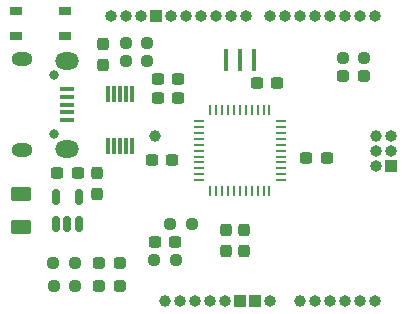
<source format=gts>
G04 #@! TF.GenerationSoftware,KiCad,Pcbnew,7.0.7*
G04 #@! TF.CreationDate,2023-10-21T10:48:55+02:00*
G04 #@! TF.ProjectId,halfduino,68616c66-6475-4696-9e6f-2e6b69636164,rev?*
G04 #@! TF.SameCoordinates,Original*
G04 #@! TF.FileFunction,Soldermask,Top*
G04 #@! TF.FilePolarity,Negative*
%FSLAX46Y46*%
G04 Gerber Fmt 4.6, Leading zero omitted, Abs format (unit mm)*
G04 Created by KiCad (PCBNEW 7.0.7) date 2023-10-21 10:48:55*
%MOMM*%
%LPD*%
G01*
G04 APERTURE LIST*
G04 Aperture macros list*
%AMRoundRect*
0 Rectangle with rounded corners*
0 $1 Rounding radius*
0 $2 $3 $4 $5 $6 $7 $8 $9 X,Y pos of 4 corners*
0 Add a 4 corners polygon primitive as box body*
4,1,4,$2,$3,$4,$5,$6,$7,$8,$9,$2,$3,0*
0 Add four circle primitives for the rounded corners*
1,1,$1+$1,$2,$3*
1,1,$1+$1,$4,$5*
1,1,$1+$1,$6,$7*
1,1,$1+$1,$8,$9*
0 Add four rect primitives between the rounded corners*
20,1,$1+$1,$2,$3,$4,$5,0*
20,1,$1+$1,$4,$5,$6,$7,0*
20,1,$1+$1,$6,$7,$8,$9,0*
20,1,$1+$1,$8,$9,$2,$3,0*%
G04 Aperture macros list end*
%ADD10C,1.000000*%
%ADD11O,1.000000X1.000000*%
%ADD12R,1.000000X1.000000*%
%ADD13RoundRect,0.062500X-0.062500X0.375000X-0.062500X-0.375000X0.062500X-0.375000X0.062500X0.375000X0*%
%ADD14RoundRect,0.062500X-0.375000X0.062500X-0.375000X-0.062500X0.375000X-0.062500X0.375000X0.062500X0*%
%ADD15RoundRect,0.237500X0.250000X0.237500X-0.250000X0.237500X-0.250000X-0.237500X0.250000X-0.237500X0*%
%ADD16RoundRect,0.237500X-0.300000X-0.237500X0.300000X-0.237500X0.300000X0.237500X-0.300000X0.237500X0*%
%ADD17RoundRect,0.237500X-0.250000X-0.237500X0.250000X-0.237500X0.250000X0.237500X-0.250000X0.237500X0*%
%ADD18RoundRect,0.237500X-0.237500X0.300000X-0.237500X-0.300000X0.237500X-0.300000X0.237500X0.300000X0*%
%ADD19RoundRect,0.237500X0.237500X-0.300000X0.237500X0.300000X-0.237500X0.300000X-0.237500X-0.300000X0*%
%ADD20RoundRect,0.237500X0.287500X0.237500X-0.287500X0.237500X-0.287500X-0.237500X0.287500X-0.237500X0*%
%ADD21RoundRect,0.237500X0.300000X0.237500X-0.300000X0.237500X-0.300000X-0.237500X0.300000X-0.237500X0*%
%ADD22RoundRect,0.250000X-0.625000X0.375000X-0.625000X-0.375000X0.625000X-0.375000X0.625000X0.375000X0*%
%ADD23O,0.800000X0.800000*%
%ADD24R,1.300000X0.450000*%
%ADD25O,1.800000X1.150000*%
%ADD26O,2.000000X1.450000*%
%ADD27R,0.300000X1.400000*%
%ADD28R,0.400000X1.900000*%
%ADD29RoundRect,0.150000X0.150000X-0.512500X0.150000X0.512500X-0.150000X0.512500X-0.150000X-0.512500X0*%
%ADD30R,1.050000X0.650000*%
G04 APERTURE END LIST*
D10*
X97790000Y-86360000D03*
D11*
X99060000Y-86360000D03*
X100330000Y-86360000D03*
X101600000Y-86360000D03*
X102870000Y-86360000D03*
D12*
X104140000Y-86360000D03*
X105410000Y-86360000D03*
D11*
X106680000Y-86360000D03*
D13*
X106640000Y-70222500D03*
X106140000Y-70222500D03*
X105640000Y-70222500D03*
X105140000Y-70222500D03*
X104640000Y-70222500D03*
X104140000Y-70222500D03*
X103640000Y-70222500D03*
X103140000Y-70222500D03*
X102640000Y-70222500D03*
X102140000Y-70222500D03*
X101640000Y-70222500D03*
D14*
X100702500Y-71160000D03*
X100702500Y-71660000D03*
X100702500Y-72160000D03*
X100702500Y-72660000D03*
X100702500Y-73160000D03*
X100702500Y-73660000D03*
X100702500Y-74160000D03*
X100702500Y-74660000D03*
X100702500Y-75160000D03*
X100702500Y-75660000D03*
X100702500Y-76160000D03*
D13*
X101640000Y-77097500D03*
X102140000Y-77097500D03*
X102640000Y-77097500D03*
X103140000Y-77097500D03*
X103640000Y-77097500D03*
X104140000Y-77097500D03*
X104640000Y-77097500D03*
X105140000Y-77097500D03*
X105640000Y-77097500D03*
X106140000Y-77097500D03*
X106640000Y-77097500D03*
D14*
X107577500Y-76160000D03*
X107577500Y-75660000D03*
X107577500Y-75160000D03*
X107577500Y-74660000D03*
X107577500Y-74160000D03*
X107577500Y-73660000D03*
X107577500Y-73160000D03*
X107577500Y-72660000D03*
X107577500Y-72160000D03*
X107577500Y-71660000D03*
X107577500Y-71160000D03*
D15*
X96289500Y-66040000D03*
X94464500Y-66040000D03*
D16*
X97181500Y-69215000D03*
X98906500Y-69215000D03*
D17*
X96877500Y-82931000D03*
X98702500Y-82931000D03*
D18*
X104521000Y-80417500D03*
X104521000Y-82142500D03*
D15*
X96289500Y-64516000D03*
X94464500Y-64516000D03*
D11*
X93218000Y-62230000D03*
X94488000Y-62230000D03*
X95758000Y-62230000D03*
D12*
X97028000Y-62230000D03*
D11*
X98298000Y-62230000D03*
X99568000Y-62230000D03*
X100838000Y-62230000D03*
X102108000Y-62230000D03*
X103378000Y-62230000D03*
X104648000Y-62230000D03*
D19*
X92075000Y-77316500D03*
X92075000Y-75591500D03*
D16*
X96927500Y-81407000D03*
X98652500Y-81407000D03*
X97181500Y-67564000D03*
X98906500Y-67564000D03*
D19*
X92583000Y-66394500D03*
X92583000Y-64669500D03*
D17*
X88382500Y-85090000D03*
X90207500Y-85090000D03*
D20*
X114616200Y-67310000D03*
X112866200Y-67310000D03*
D21*
X98398500Y-74472800D03*
X96673500Y-74472800D03*
D18*
X102997000Y-80417500D03*
X102997000Y-82142500D03*
D16*
X109754500Y-74295000D03*
X111479500Y-74295000D03*
X88672500Y-75565000D03*
X90397500Y-75565000D03*
D10*
X115697000Y-72390000D03*
D11*
X116967000Y-72390000D03*
X115697000Y-73660000D03*
X116967000Y-73660000D03*
X115697000Y-74930000D03*
D12*
X116967000Y-74930000D03*
D17*
X98251000Y-79883000D03*
X100076000Y-79883000D03*
D20*
X93980000Y-83185000D03*
X92230000Y-83185000D03*
D10*
X109220000Y-86360000D03*
D11*
X110490000Y-86360000D03*
X111760000Y-86360000D03*
X113030000Y-86360000D03*
X114300000Y-86360000D03*
X115570000Y-86360000D03*
D10*
X96977200Y-72390000D03*
D22*
X85598000Y-77340000D03*
X85598000Y-80140000D03*
D20*
X93980000Y-85090000D03*
X92230000Y-85090000D03*
D23*
X88430000Y-67265000D03*
X88430000Y-72265000D03*
D24*
X89530000Y-68465000D03*
X89530000Y-69115000D03*
X89530000Y-69765000D03*
X89530000Y-70415000D03*
X89530000Y-71065000D03*
D25*
X85680000Y-65890000D03*
D26*
X89480000Y-66040000D03*
X89480000Y-73490000D03*
D25*
X85680000Y-73640000D03*
D27*
X92980000Y-73299500D03*
X93480000Y-73299500D03*
X93980000Y-73299500D03*
X94480000Y-73299500D03*
X94980000Y-73299500D03*
X94980000Y-68899500D03*
X94480000Y-68899500D03*
X93980000Y-68899500D03*
X93480000Y-68899500D03*
X92980000Y-68899500D03*
D28*
X102940000Y-65972200D03*
X104140000Y-65972200D03*
X105340000Y-65972200D03*
D17*
X112828700Y-65786000D03*
X114653700Y-65786000D03*
D16*
X105563500Y-67945000D03*
X107288500Y-67945000D03*
D29*
X88585000Y-79877500D03*
X89535000Y-79877500D03*
X90485000Y-79877500D03*
X90485000Y-77602500D03*
X88585000Y-77602500D03*
D11*
X106680000Y-62230000D03*
X107950000Y-62230000D03*
X109220000Y-62230000D03*
X110490000Y-62230000D03*
X111760000Y-62230000D03*
X113030000Y-62230000D03*
X114300000Y-62230000D03*
X115570000Y-62230000D03*
D17*
X88335500Y-83185000D03*
X90160500Y-83185000D03*
D30*
X85174000Y-61832000D03*
X89324000Y-61832000D03*
X85174000Y-63982000D03*
X89299000Y-63982000D03*
M02*

</source>
